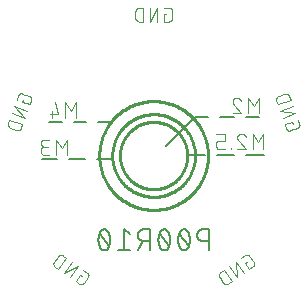
<source format=gbr>
G04 EAGLE Gerber RS-274X export*
G75*
%MOMM*%
%FSLAX34Y34*%
%LPD*%
%INSilkscreen Bottom*%
%IPPOS*%
%AMOC8*
5,1,8,0,0,1.08239X$1,22.5*%
G01*
%ADD10C,0.101600*%
%ADD11C,0.152400*%
%ADD12C,0.254000*%
%ADD13C,0.203200*%


D10*
X357094Y466149D02*
X355146Y466149D01*
X355146Y459658D01*
X359041Y459658D01*
X359140Y459660D01*
X359240Y459666D01*
X359339Y459675D01*
X359437Y459688D01*
X359535Y459705D01*
X359633Y459726D01*
X359729Y459751D01*
X359824Y459779D01*
X359918Y459811D01*
X360011Y459846D01*
X360103Y459885D01*
X360193Y459928D01*
X360281Y459973D01*
X360368Y460023D01*
X360452Y460075D01*
X360535Y460131D01*
X360615Y460189D01*
X360693Y460251D01*
X360768Y460316D01*
X360841Y460384D01*
X360911Y460454D01*
X360979Y460527D01*
X361044Y460602D01*
X361106Y460680D01*
X361164Y460760D01*
X361220Y460843D01*
X361272Y460927D01*
X361322Y461014D01*
X361367Y461102D01*
X361410Y461192D01*
X361449Y461284D01*
X361484Y461377D01*
X361516Y461471D01*
X361544Y461566D01*
X361569Y461662D01*
X361590Y461760D01*
X361607Y461858D01*
X361620Y461956D01*
X361629Y462055D01*
X361635Y462155D01*
X361637Y462254D01*
X361638Y462254D02*
X361638Y468746D01*
X361637Y468746D02*
X361635Y468845D01*
X361629Y468945D01*
X361620Y469044D01*
X361607Y469142D01*
X361590Y469240D01*
X361569Y469338D01*
X361544Y469434D01*
X361516Y469529D01*
X361484Y469623D01*
X361449Y469716D01*
X361410Y469808D01*
X361367Y469898D01*
X361322Y469986D01*
X361272Y470073D01*
X361220Y470157D01*
X361164Y470240D01*
X361106Y470320D01*
X361044Y470398D01*
X360979Y470473D01*
X360911Y470546D01*
X360841Y470616D01*
X360768Y470684D01*
X360693Y470749D01*
X360615Y470811D01*
X360535Y470869D01*
X360452Y470925D01*
X360368Y470977D01*
X360281Y471027D01*
X360193Y471072D01*
X360103Y471115D01*
X360011Y471154D01*
X359918Y471189D01*
X359824Y471221D01*
X359729Y471249D01*
X359633Y471274D01*
X359535Y471295D01*
X359437Y471312D01*
X359339Y471325D01*
X359240Y471334D01*
X359140Y471340D01*
X359041Y471342D01*
X355146Y471342D01*
X349446Y471342D02*
X349446Y459658D01*
X342954Y459658D02*
X349446Y471342D01*
X342954Y471342D02*
X342954Y459658D01*
X337254Y459658D02*
X337254Y471342D01*
X334008Y471342D01*
X333895Y471340D01*
X333782Y471334D01*
X333669Y471324D01*
X333556Y471310D01*
X333444Y471293D01*
X333333Y471271D01*
X333223Y471246D01*
X333113Y471216D01*
X333005Y471183D01*
X332898Y471146D01*
X332792Y471106D01*
X332688Y471061D01*
X332585Y471013D01*
X332484Y470962D01*
X332385Y470907D01*
X332288Y470849D01*
X332193Y470787D01*
X332100Y470722D01*
X332010Y470654D01*
X331922Y470583D01*
X331836Y470508D01*
X331753Y470431D01*
X331673Y470351D01*
X331596Y470268D01*
X331521Y470182D01*
X331450Y470094D01*
X331382Y470004D01*
X331317Y469911D01*
X331255Y469816D01*
X331197Y469719D01*
X331142Y469620D01*
X331091Y469519D01*
X331043Y469416D01*
X330998Y469312D01*
X330958Y469206D01*
X330921Y469099D01*
X330888Y468991D01*
X330858Y468881D01*
X330833Y468771D01*
X330811Y468660D01*
X330794Y468548D01*
X330780Y468435D01*
X330770Y468322D01*
X330764Y468209D01*
X330762Y468096D01*
X330762Y462904D01*
X330764Y462791D01*
X330770Y462678D01*
X330780Y462565D01*
X330794Y462452D01*
X330811Y462340D01*
X330833Y462229D01*
X330858Y462119D01*
X330888Y462009D01*
X330921Y461901D01*
X330958Y461794D01*
X330998Y461688D01*
X331043Y461584D01*
X331091Y461481D01*
X331142Y461380D01*
X331197Y461281D01*
X331255Y461184D01*
X331317Y461089D01*
X331382Y460996D01*
X331450Y460906D01*
X331521Y460818D01*
X331596Y460732D01*
X331673Y460649D01*
X331753Y460569D01*
X331836Y460492D01*
X331922Y460417D01*
X332010Y460346D01*
X332100Y460278D01*
X332193Y460213D01*
X332288Y460151D01*
X332385Y460093D01*
X332484Y460038D01*
X332585Y459987D01*
X332688Y459939D01*
X332792Y459894D01*
X332898Y459854D01*
X333005Y459817D01*
X333113Y459784D01*
X333223Y459754D01*
X333333Y459729D01*
X333444Y459707D01*
X333556Y459690D01*
X333669Y459676D01*
X333782Y459666D01*
X333895Y459660D01*
X334008Y459658D01*
X337254Y459658D01*
X463370Y374915D02*
X464036Y373085D01*
X463370Y374915D02*
X457270Y372695D01*
X458602Y369035D01*
X458603Y369035D02*
X458638Y368942D01*
X458678Y368851D01*
X458720Y368761D01*
X458767Y368673D01*
X458816Y368587D01*
X458869Y368503D01*
X458925Y368420D01*
X458984Y368340D01*
X459046Y368263D01*
X459111Y368188D01*
X459179Y368115D01*
X459250Y368045D01*
X459323Y367978D01*
X459399Y367913D01*
X459477Y367852D01*
X459558Y367793D01*
X459640Y367738D01*
X459725Y367686D01*
X459812Y367637D01*
X459900Y367592D01*
X459990Y367550D01*
X460082Y367511D01*
X460175Y367476D01*
X460269Y367445D01*
X460365Y367417D01*
X460461Y367393D01*
X460559Y367372D01*
X460657Y367356D01*
X460755Y367343D01*
X460854Y367334D01*
X460954Y367329D01*
X461053Y367327D01*
X461153Y367329D01*
X461252Y367335D01*
X461351Y367345D01*
X461449Y367359D01*
X461547Y367377D01*
X461644Y367398D01*
X461741Y367423D01*
X461836Y367451D01*
X461930Y367484D01*
X461930Y367483D02*
X468030Y369703D01*
X468030Y369704D02*
X468123Y369739D01*
X468214Y369779D01*
X468304Y369821D01*
X468392Y369868D01*
X468478Y369917D01*
X468562Y369970D01*
X468645Y370026D01*
X468725Y370085D01*
X468802Y370147D01*
X468877Y370212D01*
X468950Y370280D01*
X469020Y370351D01*
X469087Y370424D01*
X469152Y370500D01*
X469213Y370578D01*
X469272Y370659D01*
X469327Y370741D01*
X469379Y370826D01*
X469428Y370913D01*
X469473Y371001D01*
X469515Y371091D01*
X469554Y371183D01*
X469589Y371276D01*
X469620Y371370D01*
X469648Y371466D01*
X469672Y371562D01*
X469693Y371660D01*
X469709Y371758D01*
X469722Y371856D01*
X469731Y371955D01*
X469736Y372055D01*
X469738Y372154D01*
X469736Y372253D01*
X469730Y372353D01*
X469720Y372452D01*
X469706Y372550D01*
X469688Y372648D01*
X469667Y372745D01*
X469642Y372842D01*
X469614Y372937D01*
X469581Y373031D01*
X469582Y373031D02*
X468250Y376691D01*
X466300Y382048D02*
X455320Y378052D01*
X453100Y384152D02*
X466300Y382048D01*
X464080Y388148D02*
X453100Y384152D01*
X451151Y389509D02*
X462130Y393505D01*
X461020Y396555D01*
X460980Y396661D01*
X460935Y396765D01*
X460887Y396868D01*
X460836Y396969D01*
X460781Y397068D01*
X460723Y397165D01*
X460661Y397260D01*
X460596Y397353D01*
X460528Y397443D01*
X460457Y397531D01*
X460382Y397617D01*
X460305Y397700D01*
X460225Y397780D01*
X460142Y397857D01*
X460056Y397932D01*
X459968Y398003D01*
X459878Y398071D01*
X459785Y398136D01*
X459690Y398198D01*
X459593Y398256D01*
X459494Y398311D01*
X459393Y398362D01*
X459290Y398410D01*
X459186Y398455D01*
X459080Y398495D01*
X458973Y398532D01*
X458865Y398565D01*
X458755Y398595D01*
X458645Y398620D01*
X458534Y398642D01*
X458422Y398659D01*
X458309Y398673D01*
X458196Y398683D01*
X458083Y398689D01*
X457970Y398691D01*
X457857Y398689D01*
X457744Y398683D01*
X457631Y398673D01*
X457518Y398659D01*
X457406Y398642D01*
X457295Y398620D01*
X457185Y398595D01*
X457075Y398565D01*
X456967Y398532D01*
X456860Y398495D01*
X456860Y398494D02*
X451980Y396718D01*
X451980Y396719D02*
X451874Y396679D01*
X451770Y396634D01*
X451667Y396586D01*
X451566Y396535D01*
X451467Y396480D01*
X451370Y396422D01*
X451275Y396360D01*
X451182Y396295D01*
X451092Y396227D01*
X451004Y396156D01*
X450918Y396081D01*
X450835Y396004D01*
X450755Y395924D01*
X450678Y395841D01*
X450603Y395755D01*
X450532Y395667D01*
X450464Y395577D01*
X450399Y395484D01*
X450337Y395389D01*
X450279Y395292D01*
X450224Y395193D01*
X450173Y395092D01*
X450125Y394989D01*
X450080Y394885D01*
X450040Y394779D01*
X450003Y394672D01*
X449970Y394564D01*
X449940Y394454D01*
X449915Y394344D01*
X449893Y394233D01*
X449876Y394121D01*
X449862Y394008D01*
X449852Y393895D01*
X449846Y393782D01*
X449844Y393669D01*
X449846Y393556D01*
X449852Y393443D01*
X449862Y393330D01*
X449876Y393217D01*
X449893Y393105D01*
X449915Y392994D01*
X449940Y392884D01*
X449970Y392774D01*
X450003Y392666D01*
X450040Y392559D01*
X450041Y392559D02*
X451151Y389509D01*
X424851Y256480D02*
X423256Y255363D01*
X426979Y250046D01*
X430170Y252280D01*
X430169Y252280D02*
X430249Y252339D01*
X430327Y252401D01*
X430403Y252465D01*
X430476Y252533D01*
X430547Y252603D01*
X430614Y252676D01*
X430679Y252751D01*
X430741Y252829D01*
X430800Y252909D01*
X430856Y252991D01*
X430909Y253076D01*
X430958Y253162D01*
X431004Y253250D01*
X431047Y253340D01*
X431086Y253431D01*
X431121Y253524D01*
X431153Y253618D01*
X431182Y253714D01*
X431206Y253810D01*
X431227Y253907D01*
X431245Y254005D01*
X431258Y254104D01*
X431268Y254203D01*
X431274Y254302D01*
X431276Y254401D01*
X431274Y254501D01*
X431269Y254600D01*
X431259Y254699D01*
X431246Y254798D01*
X431230Y254896D01*
X431209Y254993D01*
X431185Y255090D01*
X431157Y255185D01*
X431125Y255279D01*
X431090Y255372D01*
X431051Y255464D01*
X431009Y255554D01*
X430963Y255642D01*
X430914Y255729D01*
X430862Y255813D01*
X430807Y255896D01*
X427084Y261213D01*
X427025Y261293D01*
X426963Y261371D01*
X426899Y261447D01*
X426831Y261520D01*
X426761Y261591D01*
X426688Y261658D01*
X426613Y261723D01*
X426535Y261785D01*
X426455Y261844D01*
X426373Y261900D01*
X426288Y261953D01*
X426202Y262002D01*
X426114Y262048D01*
X426024Y262091D01*
X425933Y262130D01*
X425840Y262165D01*
X425746Y262197D01*
X425650Y262226D01*
X425554Y262250D01*
X425457Y262271D01*
X425359Y262289D01*
X425260Y262302D01*
X425161Y262312D01*
X425062Y262318D01*
X424963Y262320D01*
X424863Y262318D01*
X424764Y262313D01*
X424665Y262304D01*
X424566Y262290D01*
X424468Y262274D01*
X424371Y262253D01*
X424274Y262229D01*
X424179Y262201D01*
X424085Y262169D01*
X423992Y262134D01*
X423900Y262095D01*
X423810Y262053D01*
X423722Y262007D01*
X423635Y261958D01*
X423551Y261906D01*
X423468Y261851D01*
X420278Y259617D01*
X415608Y256347D02*
X422309Y246776D01*
X416992Y243053D02*
X415608Y256347D01*
X410291Y252624D02*
X416992Y243053D01*
X412322Y239783D02*
X405621Y249354D01*
X402962Y247492D01*
X402962Y247493D02*
X402871Y247426D01*
X402781Y247357D01*
X402694Y247284D01*
X402610Y247208D01*
X402529Y247129D01*
X402450Y247048D01*
X402374Y246964D01*
X402301Y246877D01*
X402232Y246788D01*
X402165Y246696D01*
X402102Y246602D01*
X402042Y246506D01*
X401985Y246408D01*
X401932Y246308D01*
X401882Y246206D01*
X401836Y246102D01*
X401794Y245997D01*
X401755Y245891D01*
X401720Y245783D01*
X401689Y245674D01*
X401661Y245564D01*
X401638Y245453D01*
X401618Y245342D01*
X401602Y245230D01*
X401590Y245117D01*
X401582Y245004D01*
X401578Y244891D01*
X401578Y244777D01*
X401582Y244664D01*
X401590Y244551D01*
X401602Y244438D01*
X401618Y244326D01*
X401638Y244215D01*
X401661Y244104D01*
X401689Y243994D01*
X401720Y243885D01*
X401755Y243777D01*
X401794Y243671D01*
X401836Y243566D01*
X401882Y243462D01*
X401932Y243360D01*
X401985Y243260D01*
X402042Y243162D01*
X402102Y243066D01*
X402165Y242972D01*
X405144Y238718D01*
X405143Y238718D02*
X405210Y238627D01*
X405279Y238537D01*
X405352Y238450D01*
X405428Y238366D01*
X405507Y238285D01*
X405588Y238206D01*
X405672Y238130D01*
X405759Y238057D01*
X405849Y237988D01*
X405940Y237921D01*
X406034Y237858D01*
X406130Y237798D01*
X406228Y237741D01*
X406328Y237688D01*
X406430Y237638D01*
X406534Y237592D01*
X406639Y237550D01*
X406745Y237511D01*
X406853Y237476D01*
X406962Y237445D01*
X407072Y237417D01*
X407183Y237394D01*
X407294Y237374D01*
X407406Y237358D01*
X407519Y237346D01*
X407632Y237338D01*
X407745Y237334D01*
X407859Y237334D01*
X407972Y237338D01*
X408085Y237346D01*
X408198Y237358D01*
X408310Y237374D01*
X408421Y237394D01*
X408532Y237417D01*
X408642Y237445D01*
X408751Y237476D01*
X408859Y237511D01*
X408965Y237550D01*
X409070Y237592D01*
X409174Y237638D01*
X409276Y237688D01*
X409376Y237741D01*
X409474Y237798D01*
X409570Y237858D01*
X409664Y237921D01*
X412322Y239783D01*
X285396Y243983D02*
X283801Y245100D01*
X280078Y239783D01*
X283268Y237549D01*
X283351Y237494D01*
X283435Y237442D01*
X283522Y237393D01*
X283610Y237347D01*
X283700Y237305D01*
X283792Y237266D01*
X283885Y237231D01*
X283979Y237199D01*
X284074Y237171D01*
X284171Y237147D01*
X284268Y237126D01*
X284366Y237110D01*
X284465Y237096D01*
X284564Y237087D01*
X284663Y237082D01*
X284763Y237080D01*
X284862Y237082D01*
X284961Y237088D01*
X285060Y237098D01*
X285159Y237111D01*
X285257Y237129D01*
X285354Y237150D01*
X285450Y237174D01*
X285546Y237203D01*
X285640Y237235D01*
X285733Y237270D01*
X285824Y237309D01*
X285914Y237352D01*
X286002Y237398D01*
X286088Y237447D01*
X286173Y237500D01*
X286255Y237556D01*
X286335Y237615D01*
X286413Y237677D01*
X286488Y237742D01*
X286561Y237809D01*
X286631Y237880D01*
X286699Y237953D01*
X286763Y238029D01*
X286825Y238107D01*
X286884Y238187D01*
X290607Y243504D01*
X290662Y243587D01*
X290714Y243671D01*
X290763Y243758D01*
X290809Y243846D01*
X290851Y243936D01*
X290890Y244028D01*
X290925Y244121D01*
X290957Y244215D01*
X290985Y244310D01*
X291009Y244407D01*
X291030Y244504D01*
X291046Y244602D01*
X291060Y244701D01*
X291069Y244800D01*
X291074Y244899D01*
X291076Y244999D01*
X291074Y245098D01*
X291068Y245197D01*
X291058Y245296D01*
X291045Y245395D01*
X291027Y245493D01*
X291006Y245590D01*
X290982Y245686D01*
X290953Y245782D01*
X290921Y245876D01*
X290886Y245969D01*
X290847Y246060D01*
X290804Y246150D01*
X290758Y246238D01*
X290709Y246324D01*
X290656Y246409D01*
X290600Y246491D01*
X290541Y246571D01*
X290479Y246649D01*
X290414Y246724D01*
X290347Y246797D01*
X290276Y246867D01*
X290203Y246935D01*
X290127Y246999D01*
X290049Y247061D01*
X289969Y247120D01*
X289970Y247120D02*
X286779Y249354D01*
X282110Y252624D02*
X275408Y243053D01*
X270091Y246776D02*
X282110Y252624D01*
X276792Y256347D02*
X270091Y246776D01*
X265421Y250046D02*
X272122Y259617D01*
X269464Y261478D01*
X269464Y261479D02*
X269370Y261542D01*
X269274Y261602D01*
X269176Y261659D01*
X269076Y261712D01*
X268974Y261762D01*
X268870Y261808D01*
X268765Y261850D01*
X268659Y261889D01*
X268551Y261924D01*
X268442Y261955D01*
X268332Y261983D01*
X268221Y262006D01*
X268110Y262026D01*
X267998Y262042D01*
X267885Y262054D01*
X267772Y262062D01*
X267659Y262066D01*
X267545Y262066D01*
X267432Y262062D01*
X267319Y262054D01*
X267206Y262042D01*
X267094Y262026D01*
X266983Y262006D01*
X266872Y261983D01*
X266762Y261955D01*
X266653Y261924D01*
X266545Y261889D01*
X266439Y261850D01*
X266334Y261808D01*
X266230Y261762D01*
X266128Y261712D01*
X266028Y261659D01*
X265930Y261602D01*
X265834Y261542D01*
X265740Y261479D01*
X265649Y261412D01*
X265559Y261343D01*
X265472Y261270D01*
X265388Y261194D01*
X265307Y261115D01*
X265228Y261034D01*
X265152Y260950D01*
X265079Y260863D01*
X265010Y260774D01*
X264943Y260682D01*
X264944Y260681D02*
X261965Y256428D01*
X261902Y256334D01*
X261842Y256238D01*
X261785Y256140D01*
X261732Y256040D01*
X261682Y255938D01*
X261636Y255834D01*
X261594Y255729D01*
X261555Y255623D01*
X261520Y255515D01*
X261489Y255406D01*
X261461Y255296D01*
X261438Y255185D01*
X261418Y255074D01*
X261402Y254962D01*
X261390Y254849D01*
X261382Y254736D01*
X261378Y254623D01*
X261378Y254509D01*
X261382Y254396D01*
X261390Y254283D01*
X261402Y254170D01*
X261418Y254058D01*
X261438Y253947D01*
X261461Y253836D01*
X261489Y253726D01*
X261520Y253617D01*
X261555Y253509D01*
X261594Y253403D01*
X261636Y253298D01*
X261682Y253194D01*
X261732Y253092D01*
X261785Y252992D01*
X261842Y252894D01*
X261902Y252798D01*
X261965Y252704D01*
X262032Y252612D01*
X262101Y252523D01*
X262174Y252436D01*
X262250Y252352D01*
X262329Y252271D01*
X262410Y252192D01*
X262494Y252116D01*
X262581Y252043D01*
X262671Y251974D01*
X262762Y251907D01*
X265421Y250046D01*
X235150Y391729D02*
X235816Y393559D01*
X235150Y391729D02*
X241250Y389509D01*
X242582Y393169D01*
X242581Y393169D02*
X242614Y393263D01*
X242642Y393358D01*
X242667Y393455D01*
X242688Y393552D01*
X242706Y393650D01*
X242720Y393748D01*
X242730Y393847D01*
X242736Y393947D01*
X242738Y394046D01*
X242736Y394145D01*
X242731Y394245D01*
X242722Y394344D01*
X242709Y394442D01*
X242693Y394540D01*
X242672Y394638D01*
X242648Y394734D01*
X242620Y394830D01*
X242589Y394924D01*
X242554Y395017D01*
X242515Y395109D01*
X242473Y395199D01*
X242428Y395287D01*
X242379Y395374D01*
X242327Y395459D01*
X242272Y395541D01*
X242213Y395622D01*
X242152Y395700D01*
X242087Y395776D01*
X242020Y395849D01*
X241950Y395920D01*
X241877Y395988D01*
X241802Y396053D01*
X241725Y396115D01*
X241645Y396174D01*
X241562Y396230D01*
X241478Y396283D01*
X241392Y396332D01*
X241304Y396379D01*
X241214Y396421D01*
X241123Y396461D01*
X241030Y396496D01*
X234930Y398716D01*
X234930Y398717D02*
X234836Y398750D01*
X234741Y398778D01*
X234644Y398803D01*
X234547Y398824D01*
X234449Y398842D01*
X234351Y398856D01*
X234252Y398866D01*
X234153Y398872D01*
X234053Y398874D01*
X233954Y398872D01*
X233854Y398867D01*
X233755Y398858D01*
X233657Y398845D01*
X233558Y398829D01*
X233461Y398808D01*
X233365Y398784D01*
X233269Y398756D01*
X233175Y398725D01*
X233081Y398690D01*
X232990Y398651D01*
X232900Y398609D01*
X232811Y398564D01*
X232724Y398515D01*
X232640Y398463D01*
X232557Y398408D01*
X232476Y398349D01*
X232398Y398288D01*
X232322Y398223D01*
X232249Y398156D01*
X232179Y398086D01*
X232111Y398013D01*
X232046Y397938D01*
X231983Y397860D01*
X231924Y397780D01*
X231868Y397698D01*
X231815Y397614D01*
X231766Y397527D01*
X231720Y397439D01*
X231677Y397349D01*
X231637Y397258D01*
X231602Y397165D01*
X230270Y393505D01*
X228320Y388148D02*
X239300Y384152D01*
X237080Y378052D02*
X228320Y388148D01*
X226100Y382048D02*
X237080Y378052D01*
X235130Y372695D02*
X224151Y376691D01*
X223041Y373641D01*
X223040Y373641D02*
X223003Y373534D01*
X222970Y373426D01*
X222940Y373316D01*
X222915Y373206D01*
X222893Y373095D01*
X222876Y372983D01*
X222862Y372870D01*
X222852Y372757D01*
X222846Y372644D01*
X222844Y372531D01*
X222846Y372418D01*
X222852Y372305D01*
X222862Y372192D01*
X222876Y372079D01*
X222893Y371967D01*
X222915Y371856D01*
X222940Y371746D01*
X222970Y371636D01*
X223003Y371528D01*
X223040Y371421D01*
X223080Y371315D01*
X223125Y371211D01*
X223173Y371108D01*
X223224Y371007D01*
X223279Y370908D01*
X223337Y370811D01*
X223399Y370716D01*
X223464Y370623D01*
X223532Y370533D01*
X223603Y370445D01*
X223678Y370359D01*
X223755Y370276D01*
X223835Y370196D01*
X223918Y370119D01*
X224004Y370044D01*
X224092Y369973D01*
X224182Y369905D01*
X224275Y369840D01*
X224370Y369778D01*
X224467Y369720D01*
X224566Y369665D01*
X224667Y369614D01*
X224770Y369566D01*
X224874Y369521D01*
X224980Y369481D01*
X229860Y367705D01*
X229860Y367706D02*
X229967Y367669D01*
X230076Y367636D01*
X230185Y367606D01*
X230295Y367581D01*
X230407Y367559D01*
X230518Y367542D01*
X230631Y367528D01*
X230744Y367518D01*
X230857Y367512D01*
X230970Y367510D01*
X231083Y367512D01*
X231196Y367518D01*
X231309Y367528D01*
X231422Y367542D01*
X231534Y367559D01*
X231645Y367581D01*
X231755Y367606D01*
X231864Y367636D01*
X231973Y367669D01*
X232080Y367706D01*
X232186Y367746D01*
X232290Y367791D01*
X232393Y367838D01*
X232493Y367890D01*
X232593Y367945D01*
X232690Y368003D01*
X232785Y368065D01*
X232877Y368130D01*
X232968Y368198D01*
X233056Y368269D01*
X233141Y368344D01*
X233224Y368421D01*
X233304Y368501D01*
X233382Y368584D01*
X233456Y368669D01*
X233527Y368757D01*
X233595Y368848D01*
X233660Y368940D01*
X233722Y369035D01*
X233780Y369133D01*
X233835Y369232D01*
X233887Y369333D01*
X233934Y369435D01*
X233979Y369539D01*
X234019Y369645D01*
X234020Y369645D02*
X235130Y372695D01*
D11*
X392918Y283853D02*
X392918Y266073D01*
X392918Y283853D02*
X387980Y283853D01*
X387840Y283851D01*
X387701Y283845D01*
X387561Y283835D01*
X387422Y283821D01*
X387283Y283804D01*
X387145Y283782D01*
X387008Y283756D01*
X386871Y283727D01*
X386735Y283694D01*
X386601Y283657D01*
X386467Y283616D01*
X386335Y283571D01*
X386203Y283522D01*
X386074Y283470D01*
X385946Y283415D01*
X385819Y283355D01*
X385694Y283292D01*
X385571Y283226D01*
X385450Y283156D01*
X385331Y283083D01*
X385214Y283006D01*
X385100Y282926D01*
X384987Y282843D01*
X384877Y282757D01*
X384770Y282667D01*
X384665Y282575D01*
X384563Y282480D01*
X384463Y282382D01*
X384366Y282281D01*
X384272Y282177D01*
X384182Y282071D01*
X384094Y281962D01*
X384009Y281851D01*
X383928Y281737D01*
X383849Y281622D01*
X383774Y281504D01*
X383703Y281384D01*
X383635Y281261D01*
X383570Y281138D01*
X383509Y281012D01*
X383451Y280884D01*
X383397Y280756D01*
X383347Y280625D01*
X383300Y280493D01*
X383257Y280360D01*
X383218Y280226D01*
X383183Y280091D01*
X383152Y279955D01*
X383124Y279817D01*
X383101Y279680D01*
X383081Y279541D01*
X383065Y279402D01*
X383053Y279263D01*
X383045Y279124D01*
X383041Y278984D01*
X383041Y278844D01*
X383045Y278704D01*
X383053Y278565D01*
X383065Y278426D01*
X383081Y278287D01*
X383101Y278148D01*
X383124Y278011D01*
X383152Y277873D01*
X383183Y277737D01*
X383218Y277602D01*
X383257Y277468D01*
X383300Y277335D01*
X383347Y277203D01*
X383397Y277072D01*
X383451Y276944D01*
X383509Y276816D01*
X383570Y276690D01*
X383635Y276567D01*
X383703Y276445D01*
X383774Y276324D01*
X383849Y276206D01*
X383928Y276091D01*
X384009Y275977D01*
X384094Y275866D01*
X384182Y275757D01*
X384272Y275651D01*
X384366Y275547D01*
X384463Y275446D01*
X384563Y275348D01*
X384665Y275253D01*
X384770Y275161D01*
X384877Y275071D01*
X384987Y274985D01*
X385100Y274902D01*
X385214Y274822D01*
X385331Y274745D01*
X385450Y274672D01*
X385571Y274602D01*
X385694Y274536D01*
X385819Y274473D01*
X385946Y274413D01*
X386074Y274358D01*
X386203Y274306D01*
X386335Y274257D01*
X386467Y274212D01*
X386601Y274171D01*
X386735Y274134D01*
X386871Y274101D01*
X387008Y274072D01*
X387145Y274046D01*
X387283Y274024D01*
X387422Y274007D01*
X387561Y273993D01*
X387701Y273983D01*
X387840Y273977D01*
X387980Y273975D01*
X392918Y273975D01*
X376923Y274963D02*
X376919Y275313D01*
X376906Y275662D01*
X376885Y276011D01*
X376856Y276360D01*
X376819Y276708D01*
X376773Y277055D01*
X376719Y277400D01*
X376657Y277744D01*
X376586Y278087D01*
X376507Y278428D01*
X376421Y278767D01*
X376326Y279103D01*
X376223Y279438D01*
X376112Y279769D01*
X375994Y280099D01*
X375867Y280425D01*
X375733Y280748D01*
X375591Y281067D01*
X375441Y281384D01*
X375442Y281383D02*
X375402Y281496D01*
X375358Y281606D01*
X375310Y281716D01*
X375259Y281823D01*
X375204Y281929D01*
X375146Y282034D01*
X375084Y282136D01*
X375019Y282236D01*
X374951Y282334D01*
X374880Y282430D01*
X374805Y282523D01*
X374728Y282614D01*
X374648Y282702D01*
X374565Y282787D01*
X374479Y282870D01*
X374390Y282950D01*
X374299Y283027D01*
X374205Y283101D01*
X374109Y283172D01*
X374011Y283240D01*
X373911Y283304D01*
X373808Y283366D01*
X373704Y283423D01*
X373598Y283478D01*
X373490Y283529D01*
X373380Y283576D01*
X373269Y283620D01*
X373157Y283660D01*
X373043Y283696D01*
X372929Y283729D01*
X372813Y283758D01*
X372696Y283783D01*
X372579Y283804D01*
X372461Y283822D01*
X372342Y283835D01*
X372223Y283845D01*
X372104Y283851D01*
X371985Y283853D01*
X371866Y283851D01*
X371747Y283845D01*
X371628Y283835D01*
X371509Y283822D01*
X371391Y283804D01*
X371274Y283783D01*
X371157Y283758D01*
X371041Y283729D01*
X370927Y283696D01*
X370813Y283660D01*
X370701Y283620D01*
X370590Y283576D01*
X370480Y283529D01*
X370372Y283478D01*
X370266Y283423D01*
X370162Y283366D01*
X370059Y283304D01*
X369959Y283240D01*
X369861Y283172D01*
X369765Y283101D01*
X369671Y283027D01*
X369580Y282950D01*
X369491Y282870D01*
X369406Y282787D01*
X369322Y282702D01*
X369242Y282614D01*
X369165Y282523D01*
X369090Y282430D01*
X369019Y282334D01*
X368951Y282236D01*
X368886Y282136D01*
X368824Y282034D01*
X368766Y281929D01*
X368711Y281824D01*
X368660Y281716D01*
X368612Y281606D01*
X368568Y281496D01*
X368528Y281383D01*
X368528Y281384D02*
X368378Y281067D01*
X368236Y280748D01*
X368102Y280425D01*
X367975Y280099D01*
X367857Y279769D01*
X367746Y279438D01*
X367643Y279103D01*
X367548Y278767D01*
X367462Y278428D01*
X367383Y278087D01*
X367312Y277744D01*
X367250Y277400D01*
X367196Y277055D01*
X367150Y276708D01*
X367113Y276360D01*
X367084Y276011D01*
X367063Y275662D01*
X367050Y275313D01*
X367046Y274963D01*
X376923Y274963D02*
X376919Y274613D01*
X376906Y274264D01*
X376885Y273915D01*
X376856Y273566D01*
X376819Y273218D01*
X376773Y272871D01*
X376719Y272526D01*
X376657Y272182D01*
X376586Y271839D01*
X376507Y271498D01*
X376421Y271159D01*
X376326Y270823D01*
X376223Y270488D01*
X376112Y270157D01*
X375994Y269828D01*
X375867Y269501D01*
X375733Y269178D01*
X375591Y268859D01*
X375441Y268543D01*
X375442Y268542D02*
X375402Y268429D01*
X375358Y268319D01*
X375310Y268209D01*
X375259Y268102D01*
X375204Y267996D01*
X375146Y267891D01*
X375084Y267789D01*
X375019Y267689D01*
X374951Y267591D01*
X374880Y267495D01*
X374805Y267402D01*
X374728Y267311D01*
X374648Y267223D01*
X374565Y267138D01*
X374479Y267055D01*
X374390Y266975D01*
X374299Y266898D01*
X374205Y266824D01*
X374109Y266753D01*
X374011Y266685D01*
X373911Y266621D01*
X373808Y266559D01*
X373704Y266502D01*
X373598Y266447D01*
X373490Y266396D01*
X373380Y266349D01*
X373269Y266305D01*
X373157Y266265D01*
X373043Y266229D01*
X372929Y266196D01*
X372813Y266167D01*
X372696Y266142D01*
X372579Y266121D01*
X372461Y266103D01*
X372342Y266090D01*
X372223Y266080D01*
X372104Y266074D01*
X371985Y266072D01*
X368528Y268543D02*
X368378Y268859D01*
X368236Y269178D01*
X368102Y269501D01*
X367975Y269828D01*
X367857Y270157D01*
X367746Y270488D01*
X367643Y270823D01*
X367548Y271159D01*
X367462Y271498D01*
X367383Y271839D01*
X367312Y272182D01*
X367250Y272526D01*
X367196Y272871D01*
X367150Y273218D01*
X367113Y273566D01*
X367084Y273915D01*
X367063Y274264D01*
X367050Y274613D01*
X367046Y274963D01*
X368528Y268542D02*
X368568Y268429D01*
X368612Y268319D01*
X368660Y268209D01*
X368711Y268101D01*
X368766Y267995D01*
X368824Y267891D01*
X368886Y267789D01*
X368951Y267689D01*
X369019Y267591D01*
X369090Y267495D01*
X369165Y267402D01*
X369242Y267311D01*
X369322Y267223D01*
X369406Y267138D01*
X369491Y267055D01*
X369580Y266975D01*
X369671Y266898D01*
X369765Y266824D01*
X369861Y266753D01*
X369959Y266685D01*
X370059Y266621D01*
X370162Y266559D01*
X370266Y266501D01*
X370372Y266447D01*
X370480Y266396D01*
X370590Y266349D01*
X370701Y266305D01*
X370813Y266265D01*
X370927Y266229D01*
X371041Y266196D01*
X371157Y266167D01*
X371274Y266142D01*
X371391Y266121D01*
X371509Y266103D01*
X371628Y266090D01*
X371747Y266080D01*
X371866Y266074D01*
X371985Y266072D01*
X375936Y270024D02*
X368033Y279902D01*
X360173Y274963D02*
X360169Y275313D01*
X360156Y275662D01*
X360135Y276011D01*
X360106Y276360D01*
X360069Y276708D01*
X360023Y277055D01*
X359969Y277400D01*
X359907Y277744D01*
X359836Y278087D01*
X359757Y278428D01*
X359671Y278767D01*
X359576Y279103D01*
X359473Y279438D01*
X359362Y279769D01*
X359244Y280099D01*
X359117Y280425D01*
X358983Y280748D01*
X358841Y281067D01*
X358691Y281384D01*
X358691Y281383D02*
X358651Y281496D01*
X358607Y281606D01*
X358559Y281716D01*
X358508Y281823D01*
X358453Y281929D01*
X358395Y282034D01*
X358333Y282136D01*
X358268Y282236D01*
X358200Y282334D01*
X358129Y282430D01*
X358054Y282523D01*
X357977Y282614D01*
X357897Y282702D01*
X357814Y282787D01*
X357728Y282870D01*
X357639Y282950D01*
X357548Y283027D01*
X357454Y283101D01*
X357358Y283172D01*
X357260Y283240D01*
X357160Y283304D01*
X357057Y283366D01*
X356953Y283423D01*
X356847Y283478D01*
X356739Y283529D01*
X356629Y283576D01*
X356518Y283620D01*
X356406Y283660D01*
X356292Y283696D01*
X356178Y283729D01*
X356062Y283758D01*
X355945Y283783D01*
X355828Y283804D01*
X355710Y283822D01*
X355591Y283835D01*
X355472Y283845D01*
X355353Y283851D01*
X355234Y283853D01*
X355115Y283851D01*
X354996Y283845D01*
X354877Y283835D01*
X354758Y283822D01*
X354640Y283804D01*
X354523Y283783D01*
X354406Y283758D01*
X354290Y283729D01*
X354176Y283696D01*
X354062Y283660D01*
X353950Y283620D01*
X353839Y283576D01*
X353729Y283529D01*
X353621Y283478D01*
X353515Y283423D01*
X353411Y283366D01*
X353308Y283304D01*
X353208Y283240D01*
X353110Y283172D01*
X353014Y283101D01*
X352920Y283027D01*
X352829Y282950D01*
X352740Y282870D01*
X352655Y282787D01*
X352571Y282702D01*
X352491Y282614D01*
X352414Y282523D01*
X352339Y282430D01*
X352268Y282334D01*
X352200Y282236D01*
X352135Y282136D01*
X352073Y282034D01*
X352015Y281929D01*
X351960Y281824D01*
X351909Y281716D01*
X351861Y281606D01*
X351817Y281496D01*
X351777Y281383D01*
X351777Y281384D02*
X351627Y281067D01*
X351485Y280748D01*
X351351Y280425D01*
X351224Y280099D01*
X351106Y279769D01*
X350995Y279438D01*
X350892Y279103D01*
X350797Y278767D01*
X350711Y278428D01*
X350632Y278087D01*
X350561Y277744D01*
X350499Y277400D01*
X350445Y277055D01*
X350399Y276708D01*
X350362Y276360D01*
X350333Y276011D01*
X350312Y275662D01*
X350299Y275313D01*
X350295Y274963D01*
X360173Y274963D02*
X360169Y274613D01*
X360156Y274264D01*
X360135Y273915D01*
X360106Y273566D01*
X360069Y273218D01*
X360023Y272871D01*
X359969Y272526D01*
X359907Y272182D01*
X359836Y271839D01*
X359757Y271498D01*
X359671Y271159D01*
X359576Y270823D01*
X359473Y270488D01*
X359362Y270157D01*
X359244Y269828D01*
X359117Y269501D01*
X358983Y269178D01*
X358841Y268859D01*
X358691Y268543D01*
X358691Y268542D02*
X358651Y268429D01*
X358607Y268319D01*
X358559Y268209D01*
X358508Y268102D01*
X358453Y267996D01*
X358395Y267891D01*
X358333Y267789D01*
X358268Y267689D01*
X358200Y267591D01*
X358129Y267495D01*
X358054Y267402D01*
X357977Y267311D01*
X357897Y267223D01*
X357814Y267138D01*
X357728Y267055D01*
X357639Y266975D01*
X357548Y266898D01*
X357454Y266824D01*
X357358Y266753D01*
X357260Y266685D01*
X357160Y266621D01*
X357057Y266559D01*
X356953Y266502D01*
X356847Y266447D01*
X356739Y266396D01*
X356629Y266349D01*
X356518Y266305D01*
X356406Y266265D01*
X356292Y266229D01*
X356178Y266196D01*
X356062Y266167D01*
X355945Y266142D01*
X355828Y266121D01*
X355710Y266103D01*
X355591Y266090D01*
X355472Y266080D01*
X355353Y266074D01*
X355234Y266072D01*
X351777Y268543D02*
X351627Y268859D01*
X351485Y269178D01*
X351351Y269501D01*
X351224Y269828D01*
X351106Y270157D01*
X350995Y270488D01*
X350892Y270823D01*
X350797Y271159D01*
X350711Y271498D01*
X350632Y271839D01*
X350561Y272182D01*
X350499Y272526D01*
X350445Y272871D01*
X350399Y273218D01*
X350362Y273566D01*
X350333Y273915D01*
X350312Y274264D01*
X350299Y274613D01*
X350295Y274963D01*
X351777Y268542D02*
X351817Y268429D01*
X351861Y268319D01*
X351909Y268209D01*
X351960Y268101D01*
X352015Y267995D01*
X352073Y267891D01*
X352135Y267789D01*
X352200Y267689D01*
X352268Y267591D01*
X352339Y267495D01*
X352414Y267402D01*
X352491Y267311D01*
X352571Y267223D01*
X352655Y267138D01*
X352740Y267055D01*
X352829Y266975D01*
X352920Y266898D01*
X353014Y266824D01*
X353110Y266753D01*
X353208Y266685D01*
X353308Y266621D01*
X353411Y266559D01*
X353515Y266501D01*
X353621Y266447D01*
X353729Y266396D01*
X353839Y266349D01*
X353950Y266305D01*
X354062Y266265D01*
X354176Y266229D01*
X354290Y266196D01*
X354406Y266167D01*
X354523Y266142D01*
X354640Y266121D01*
X354758Y266103D01*
X354877Y266090D01*
X354996Y266080D01*
X355115Y266074D01*
X355234Y266072D01*
X359185Y270024D02*
X351283Y279902D01*
X342779Y283853D02*
X342779Y266073D01*
X342779Y283853D02*
X337840Y283853D01*
X337700Y283851D01*
X337561Y283845D01*
X337421Y283835D01*
X337282Y283821D01*
X337143Y283804D01*
X337005Y283782D01*
X336868Y283756D01*
X336731Y283727D01*
X336595Y283694D01*
X336461Y283657D01*
X336327Y283616D01*
X336195Y283571D01*
X336063Y283522D01*
X335934Y283470D01*
X335806Y283415D01*
X335679Y283355D01*
X335554Y283292D01*
X335431Y283226D01*
X335310Y283156D01*
X335191Y283083D01*
X335074Y283006D01*
X334960Y282926D01*
X334847Y282843D01*
X334737Y282757D01*
X334630Y282667D01*
X334525Y282575D01*
X334423Y282480D01*
X334323Y282382D01*
X334226Y282281D01*
X334132Y282177D01*
X334042Y282071D01*
X333954Y281962D01*
X333869Y281851D01*
X333788Y281737D01*
X333709Y281622D01*
X333634Y281504D01*
X333563Y281384D01*
X333495Y281261D01*
X333430Y281138D01*
X333369Y281012D01*
X333311Y280884D01*
X333257Y280756D01*
X333207Y280625D01*
X333160Y280493D01*
X333117Y280360D01*
X333078Y280226D01*
X333043Y280091D01*
X333012Y279955D01*
X332984Y279817D01*
X332961Y279680D01*
X332941Y279541D01*
X332925Y279402D01*
X332913Y279263D01*
X332905Y279124D01*
X332901Y278984D01*
X332901Y278844D01*
X332905Y278704D01*
X332913Y278565D01*
X332925Y278426D01*
X332941Y278287D01*
X332961Y278148D01*
X332984Y278011D01*
X333012Y277873D01*
X333043Y277737D01*
X333078Y277602D01*
X333117Y277468D01*
X333160Y277335D01*
X333207Y277203D01*
X333257Y277072D01*
X333311Y276944D01*
X333369Y276816D01*
X333430Y276690D01*
X333495Y276567D01*
X333563Y276445D01*
X333634Y276324D01*
X333709Y276206D01*
X333788Y276091D01*
X333869Y275977D01*
X333954Y275866D01*
X334042Y275757D01*
X334132Y275651D01*
X334226Y275547D01*
X334323Y275446D01*
X334423Y275348D01*
X334525Y275253D01*
X334630Y275161D01*
X334737Y275071D01*
X334847Y274985D01*
X334960Y274902D01*
X335074Y274822D01*
X335191Y274745D01*
X335310Y274672D01*
X335431Y274602D01*
X335554Y274536D01*
X335679Y274473D01*
X335806Y274413D01*
X335934Y274358D01*
X336063Y274306D01*
X336195Y274257D01*
X336327Y274212D01*
X336461Y274171D01*
X336595Y274134D01*
X336731Y274101D01*
X336868Y274072D01*
X337005Y274046D01*
X337143Y274024D01*
X337282Y274007D01*
X337421Y273993D01*
X337561Y273983D01*
X337700Y273977D01*
X337840Y273975D01*
X342779Y273975D01*
X336852Y273975D02*
X332901Y266073D01*
X326114Y279902D02*
X321175Y283853D01*
X321175Y266073D01*
X326114Y266073D02*
X316236Y266073D01*
X309363Y274963D02*
X309359Y275313D01*
X309346Y275662D01*
X309325Y276011D01*
X309296Y276360D01*
X309259Y276708D01*
X309213Y277055D01*
X309159Y277400D01*
X309097Y277744D01*
X309026Y278087D01*
X308947Y278428D01*
X308861Y278767D01*
X308766Y279103D01*
X308663Y279438D01*
X308552Y279769D01*
X308434Y280099D01*
X308307Y280425D01*
X308173Y280748D01*
X308031Y281067D01*
X307881Y281384D01*
X307881Y281383D02*
X307841Y281496D01*
X307797Y281606D01*
X307749Y281716D01*
X307698Y281823D01*
X307643Y281929D01*
X307585Y282034D01*
X307523Y282136D01*
X307458Y282236D01*
X307390Y282334D01*
X307319Y282430D01*
X307244Y282523D01*
X307167Y282614D01*
X307087Y282702D01*
X307004Y282787D01*
X306918Y282870D01*
X306829Y282950D01*
X306738Y283027D01*
X306644Y283101D01*
X306548Y283172D01*
X306450Y283240D01*
X306350Y283304D01*
X306247Y283366D01*
X306143Y283423D01*
X306037Y283478D01*
X305929Y283529D01*
X305819Y283576D01*
X305708Y283620D01*
X305596Y283660D01*
X305482Y283696D01*
X305368Y283729D01*
X305252Y283758D01*
X305135Y283783D01*
X305018Y283804D01*
X304900Y283822D01*
X304781Y283835D01*
X304662Y283845D01*
X304543Y283851D01*
X304424Y283853D01*
X304305Y283851D01*
X304186Y283845D01*
X304067Y283835D01*
X303948Y283822D01*
X303830Y283804D01*
X303713Y283783D01*
X303596Y283758D01*
X303480Y283729D01*
X303366Y283696D01*
X303252Y283660D01*
X303140Y283620D01*
X303029Y283576D01*
X302919Y283529D01*
X302811Y283478D01*
X302705Y283423D01*
X302601Y283366D01*
X302498Y283304D01*
X302398Y283240D01*
X302300Y283172D01*
X302204Y283101D01*
X302110Y283027D01*
X302019Y282950D01*
X301930Y282870D01*
X301845Y282787D01*
X301761Y282702D01*
X301681Y282614D01*
X301604Y282523D01*
X301529Y282430D01*
X301458Y282334D01*
X301390Y282236D01*
X301325Y282136D01*
X301263Y282034D01*
X301205Y281929D01*
X301150Y281824D01*
X301099Y281716D01*
X301051Y281606D01*
X301007Y281496D01*
X300967Y281383D01*
X300968Y281384D02*
X300818Y281067D01*
X300676Y280748D01*
X300542Y280425D01*
X300415Y280099D01*
X300297Y279769D01*
X300186Y279438D01*
X300083Y279103D01*
X299988Y278767D01*
X299902Y278428D01*
X299823Y278087D01*
X299752Y277744D01*
X299690Y277400D01*
X299636Y277055D01*
X299590Y276708D01*
X299553Y276360D01*
X299524Y276011D01*
X299503Y275662D01*
X299490Y275313D01*
X299486Y274963D01*
X309363Y274963D02*
X309359Y274613D01*
X309346Y274264D01*
X309325Y273915D01*
X309296Y273566D01*
X309259Y273218D01*
X309213Y272871D01*
X309159Y272526D01*
X309097Y272182D01*
X309026Y271839D01*
X308947Y271498D01*
X308861Y271159D01*
X308766Y270823D01*
X308663Y270488D01*
X308552Y270157D01*
X308434Y269828D01*
X308307Y269501D01*
X308173Y269178D01*
X308031Y268859D01*
X307881Y268543D01*
X307881Y268542D02*
X307841Y268429D01*
X307797Y268319D01*
X307749Y268209D01*
X307698Y268102D01*
X307643Y267996D01*
X307585Y267891D01*
X307523Y267789D01*
X307458Y267689D01*
X307390Y267591D01*
X307319Y267495D01*
X307244Y267402D01*
X307167Y267311D01*
X307087Y267223D01*
X307004Y267138D01*
X306918Y267055D01*
X306829Y266975D01*
X306738Y266898D01*
X306644Y266824D01*
X306548Y266753D01*
X306450Y266685D01*
X306350Y266621D01*
X306247Y266559D01*
X306143Y266502D01*
X306037Y266447D01*
X305929Y266396D01*
X305819Y266349D01*
X305708Y266305D01*
X305596Y266265D01*
X305482Y266229D01*
X305368Y266196D01*
X305252Y266167D01*
X305135Y266142D01*
X305018Y266121D01*
X304900Y266103D01*
X304781Y266090D01*
X304662Y266080D01*
X304543Y266074D01*
X304424Y266072D01*
X300968Y268543D02*
X300818Y268859D01*
X300676Y269178D01*
X300542Y269501D01*
X300415Y269828D01*
X300297Y270157D01*
X300186Y270488D01*
X300083Y270823D01*
X299988Y271159D01*
X299902Y271498D01*
X299823Y271839D01*
X299752Y272182D01*
X299690Y272526D01*
X299636Y272871D01*
X299590Y273218D01*
X299553Y273566D01*
X299524Y273915D01*
X299503Y274264D01*
X299490Y274613D01*
X299486Y274963D01*
X300967Y268542D02*
X301007Y268429D01*
X301051Y268319D01*
X301099Y268209D01*
X301150Y268101D01*
X301205Y267995D01*
X301263Y267891D01*
X301325Y267789D01*
X301390Y267689D01*
X301458Y267591D01*
X301529Y267495D01*
X301604Y267402D01*
X301681Y267311D01*
X301761Y267223D01*
X301845Y267138D01*
X301930Y267055D01*
X302019Y266975D01*
X302110Y266898D01*
X302204Y266824D01*
X302300Y266753D01*
X302398Y266685D01*
X302498Y266621D01*
X302601Y266559D01*
X302705Y266501D01*
X302811Y266447D01*
X302919Y266396D01*
X303029Y266349D01*
X303140Y266305D01*
X303252Y266265D01*
X303366Y266229D01*
X303480Y266196D01*
X303596Y266167D01*
X303713Y266142D01*
X303830Y266121D01*
X303948Y266103D01*
X304067Y266090D01*
X304186Y266080D01*
X304305Y266074D01*
X304424Y266072D01*
X308376Y270024D02*
X300473Y279902D01*
D12*
X311202Y346202D02*
X311213Y347061D01*
X311244Y347919D01*
X311297Y348777D01*
X311371Y349633D01*
X311465Y350486D01*
X311581Y351338D01*
X311717Y352186D01*
X311875Y353030D01*
X312052Y353871D01*
X312251Y354706D01*
X312470Y355537D01*
X312709Y356362D01*
X312969Y357181D01*
X313248Y357993D01*
X313547Y358798D01*
X313866Y359596D01*
X314205Y360385D01*
X314562Y361166D01*
X314939Y361938D01*
X315335Y362701D01*
X315749Y363453D01*
X316181Y364196D01*
X316632Y364927D01*
X317101Y365647D01*
X317587Y366355D01*
X318090Y367051D01*
X318610Y367735D01*
X319147Y368406D01*
X319700Y369063D01*
X320269Y369707D01*
X320853Y370336D01*
X321453Y370951D01*
X322068Y371551D01*
X322697Y372135D01*
X323341Y372704D01*
X323998Y373257D01*
X324669Y373794D01*
X325353Y374314D01*
X326049Y374817D01*
X326757Y375303D01*
X327477Y375772D01*
X328208Y376223D01*
X328951Y376655D01*
X329703Y377069D01*
X330466Y377465D01*
X331238Y377842D01*
X332019Y378199D01*
X332808Y378538D01*
X333606Y378857D01*
X334411Y379156D01*
X335223Y379435D01*
X336042Y379695D01*
X336867Y379934D01*
X337698Y380153D01*
X338533Y380352D01*
X339374Y380529D01*
X340218Y380687D01*
X341066Y380823D01*
X341918Y380939D01*
X342771Y381033D01*
X343627Y381107D01*
X344485Y381160D01*
X345343Y381191D01*
X346202Y381202D01*
X347061Y381191D01*
X347919Y381160D01*
X348777Y381107D01*
X349633Y381033D01*
X350486Y380939D01*
X351338Y380823D01*
X352186Y380687D01*
X353030Y380529D01*
X353871Y380352D01*
X354706Y380153D01*
X355537Y379934D01*
X356362Y379695D01*
X357181Y379435D01*
X357993Y379156D01*
X358798Y378857D01*
X359596Y378538D01*
X360385Y378199D01*
X361166Y377842D01*
X361938Y377465D01*
X362701Y377069D01*
X363453Y376655D01*
X364196Y376223D01*
X364927Y375772D01*
X365647Y375303D01*
X366355Y374817D01*
X367051Y374314D01*
X367735Y373794D01*
X368406Y373257D01*
X369063Y372704D01*
X369707Y372135D01*
X370336Y371551D01*
X370951Y370951D01*
X371551Y370336D01*
X372135Y369707D01*
X372704Y369063D01*
X373257Y368406D01*
X373794Y367735D01*
X374314Y367051D01*
X374817Y366355D01*
X375303Y365647D01*
X375772Y364927D01*
X376223Y364196D01*
X376655Y363453D01*
X377069Y362701D01*
X377465Y361938D01*
X377842Y361166D01*
X378199Y360385D01*
X378538Y359596D01*
X378857Y358798D01*
X379156Y357993D01*
X379435Y357181D01*
X379695Y356362D01*
X379934Y355537D01*
X380153Y354706D01*
X380352Y353871D01*
X380529Y353030D01*
X380687Y352186D01*
X380823Y351338D01*
X380939Y350486D01*
X381033Y349633D01*
X381107Y348777D01*
X381160Y347919D01*
X381191Y347061D01*
X381202Y346202D01*
X381191Y345343D01*
X381160Y344485D01*
X381107Y343627D01*
X381033Y342771D01*
X380939Y341918D01*
X380823Y341066D01*
X380687Y340218D01*
X380529Y339374D01*
X380352Y338533D01*
X380153Y337698D01*
X379934Y336867D01*
X379695Y336042D01*
X379435Y335223D01*
X379156Y334411D01*
X378857Y333606D01*
X378538Y332808D01*
X378199Y332019D01*
X377842Y331238D01*
X377465Y330466D01*
X377069Y329703D01*
X376655Y328951D01*
X376223Y328208D01*
X375772Y327477D01*
X375303Y326757D01*
X374817Y326049D01*
X374314Y325353D01*
X373794Y324669D01*
X373257Y323998D01*
X372704Y323341D01*
X372135Y322697D01*
X371551Y322068D01*
X370951Y321453D01*
X370336Y320853D01*
X369707Y320269D01*
X369063Y319700D01*
X368406Y319147D01*
X367735Y318610D01*
X367051Y318090D01*
X366355Y317587D01*
X365647Y317101D01*
X364927Y316632D01*
X364196Y316181D01*
X363453Y315749D01*
X362701Y315335D01*
X361938Y314939D01*
X361166Y314562D01*
X360385Y314205D01*
X359596Y313866D01*
X358798Y313547D01*
X357993Y313248D01*
X357181Y312969D01*
X356362Y312709D01*
X355537Y312470D01*
X354706Y312251D01*
X353871Y312052D01*
X353030Y311875D01*
X352186Y311717D01*
X351338Y311581D01*
X350486Y311465D01*
X349633Y311371D01*
X348777Y311297D01*
X347919Y311244D01*
X347061Y311213D01*
X346202Y311202D01*
X345343Y311213D01*
X344485Y311244D01*
X343627Y311297D01*
X342771Y311371D01*
X341918Y311465D01*
X341066Y311581D01*
X340218Y311717D01*
X339374Y311875D01*
X338533Y312052D01*
X337698Y312251D01*
X336867Y312470D01*
X336042Y312709D01*
X335223Y312969D01*
X334411Y313248D01*
X333606Y313547D01*
X332808Y313866D01*
X332019Y314205D01*
X331238Y314562D01*
X330466Y314939D01*
X329703Y315335D01*
X328951Y315749D01*
X328208Y316181D01*
X327477Y316632D01*
X326757Y317101D01*
X326049Y317587D01*
X325353Y318090D01*
X324669Y318610D01*
X323998Y319147D01*
X323341Y319700D01*
X322697Y320269D01*
X322068Y320853D01*
X321453Y321453D01*
X320853Y322068D01*
X320269Y322697D01*
X319700Y323341D01*
X319147Y323998D01*
X318610Y324669D01*
X318090Y325353D01*
X317587Y326049D01*
X317101Y326757D01*
X316632Y327477D01*
X316181Y328208D01*
X315749Y328951D01*
X315335Y329703D01*
X314939Y330466D01*
X314562Y331238D01*
X314205Y332019D01*
X313866Y332808D01*
X313547Y333606D01*
X313248Y334411D01*
X312969Y335223D01*
X312709Y336042D01*
X312470Y336867D01*
X312251Y337698D01*
X312052Y338533D01*
X311875Y339374D01*
X311717Y340218D01*
X311581Y341066D01*
X311465Y341918D01*
X311371Y342771D01*
X311297Y343627D01*
X311244Y344485D01*
X311213Y345343D01*
X311202Y346202D01*
X300202Y346202D02*
X300216Y347331D01*
X300257Y348459D01*
X300327Y349586D01*
X300424Y350711D01*
X300548Y351833D01*
X300700Y352952D01*
X300879Y354066D01*
X301086Y355176D01*
X301320Y356281D01*
X301581Y357379D01*
X301868Y358471D01*
X302183Y359555D01*
X302524Y360631D01*
X302891Y361699D01*
X303284Y362757D01*
X303704Y363805D01*
X304148Y364843D01*
X304618Y365870D01*
X305114Y366884D01*
X305634Y367886D01*
X306178Y368875D01*
X306746Y369851D01*
X307339Y370812D01*
X307954Y371758D01*
X308593Y372689D01*
X309254Y373604D01*
X309938Y374503D01*
X310644Y375384D01*
X311370Y376248D01*
X312118Y377094D01*
X312887Y377921D01*
X313675Y378729D01*
X314483Y379517D01*
X315310Y380286D01*
X316156Y381034D01*
X317020Y381760D01*
X317901Y382466D01*
X318800Y383150D01*
X319715Y383811D01*
X320646Y384450D01*
X321592Y385065D01*
X322553Y385658D01*
X323529Y386226D01*
X324518Y386770D01*
X325520Y387290D01*
X326534Y387786D01*
X327561Y388256D01*
X328599Y388700D01*
X329647Y389120D01*
X330705Y389513D01*
X331773Y389880D01*
X332849Y390221D01*
X333933Y390536D01*
X335025Y390823D01*
X336123Y391084D01*
X337228Y391318D01*
X338338Y391525D01*
X339452Y391704D01*
X340571Y391856D01*
X341693Y391980D01*
X342818Y392077D01*
X343945Y392147D01*
X345073Y392188D01*
X346202Y392202D01*
X347331Y392188D01*
X348459Y392147D01*
X349586Y392077D01*
X350711Y391980D01*
X351833Y391856D01*
X352952Y391704D01*
X354066Y391525D01*
X355176Y391318D01*
X356281Y391084D01*
X357379Y390823D01*
X358471Y390536D01*
X359555Y390221D01*
X360631Y389880D01*
X361699Y389513D01*
X362757Y389120D01*
X363805Y388700D01*
X364843Y388256D01*
X365870Y387786D01*
X366884Y387290D01*
X367886Y386770D01*
X368875Y386226D01*
X369851Y385658D01*
X370812Y385065D01*
X371758Y384450D01*
X372689Y383811D01*
X373604Y383150D01*
X374503Y382466D01*
X375384Y381760D01*
X376248Y381034D01*
X377094Y380286D01*
X377921Y379517D01*
X378729Y378729D01*
X379517Y377921D01*
X380286Y377094D01*
X381034Y376248D01*
X381760Y375384D01*
X382466Y374503D01*
X383150Y373604D01*
X383811Y372689D01*
X384450Y371758D01*
X385065Y370812D01*
X385658Y369851D01*
X386226Y368875D01*
X386770Y367886D01*
X387290Y366884D01*
X387786Y365870D01*
X388256Y364843D01*
X388700Y363805D01*
X389120Y362757D01*
X389513Y361699D01*
X389880Y360631D01*
X390221Y359555D01*
X390536Y358471D01*
X390823Y357379D01*
X391084Y356281D01*
X391318Y355176D01*
X391525Y354066D01*
X391704Y352952D01*
X391856Y351833D01*
X391980Y350711D01*
X392077Y349586D01*
X392147Y348459D01*
X392188Y347331D01*
X392202Y346202D01*
X392188Y345073D01*
X392147Y343945D01*
X392077Y342818D01*
X391980Y341693D01*
X391856Y340571D01*
X391704Y339452D01*
X391525Y338338D01*
X391318Y337228D01*
X391084Y336123D01*
X390823Y335025D01*
X390536Y333933D01*
X390221Y332849D01*
X389880Y331773D01*
X389513Y330705D01*
X389120Y329647D01*
X388700Y328599D01*
X388256Y327561D01*
X387786Y326534D01*
X387290Y325520D01*
X386770Y324518D01*
X386226Y323529D01*
X385658Y322553D01*
X385065Y321592D01*
X384450Y320646D01*
X383811Y319715D01*
X383150Y318800D01*
X382466Y317901D01*
X381760Y317020D01*
X381034Y316156D01*
X380286Y315310D01*
X379517Y314483D01*
X378729Y313675D01*
X377921Y312887D01*
X377094Y312118D01*
X376248Y311370D01*
X375384Y310644D01*
X374503Y309938D01*
X373604Y309254D01*
X372689Y308593D01*
X371758Y307954D01*
X370812Y307339D01*
X369851Y306746D01*
X368875Y306178D01*
X367886Y305634D01*
X366884Y305114D01*
X365870Y304618D01*
X364843Y304148D01*
X363805Y303704D01*
X362757Y303284D01*
X361699Y302891D01*
X360631Y302524D01*
X359555Y302183D01*
X358471Y301868D01*
X357379Y301581D01*
X356281Y301320D01*
X355176Y301086D01*
X354066Y300879D01*
X352952Y300700D01*
X351833Y300548D01*
X350711Y300424D01*
X349586Y300327D01*
X348459Y300257D01*
X347331Y300216D01*
X346202Y300202D01*
X345073Y300216D01*
X343945Y300257D01*
X342818Y300327D01*
X341693Y300424D01*
X340571Y300548D01*
X339452Y300700D01*
X338338Y300879D01*
X337228Y301086D01*
X336123Y301320D01*
X335025Y301581D01*
X333933Y301868D01*
X332849Y302183D01*
X331773Y302524D01*
X330705Y302891D01*
X329647Y303284D01*
X328599Y303704D01*
X327561Y304148D01*
X326534Y304618D01*
X325520Y305114D01*
X324518Y305634D01*
X323529Y306178D01*
X322553Y306746D01*
X321592Y307339D01*
X320646Y307954D01*
X319715Y308593D01*
X318800Y309254D01*
X317901Y309938D01*
X317020Y310644D01*
X316156Y311370D01*
X315310Y312118D01*
X314483Y312887D01*
X313675Y313675D01*
X312887Y314483D01*
X312118Y315310D01*
X311370Y316156D01*
X310644Y317020D01*
X309938Y317901D01*
X309254Y318800D01*
X308593Y319715D01*
X307954Y320646D01*
X307339Y321592D01*
X306746Y322553D01*
X306178Y323529D01*
X305634Y324518D01*
X305114Y325520D01*
X304618Y326534D01*
X304148Y327561D01*
X303704Y328599D01*
X303284Y329647D01*
X302891Y330705D01*
X302524Y331773D01*
X302183Y332849D01*
X301868Y333933D01*
X301581Y335025D01*
X301320Y336123D01*
X301086Y337228D01*
X300879Y338338D01*
X300700Y339452D01*
X300548Y340571D01*
X300424Y341693D01*
X300327Y342818D01*
X300257Y343945D01*
X300216Y345073D01*
X300202Y346202D01*
X317702Y346202D02*
X317711Y346901D01*
X317736Y347600D01*
X317779Y348299D01*
X317839Y348995D01*
X317916Y349691D01*
X318010Y350384D01*
X318122Y351074D01*
X318250Y351762D01*
X318394Y352446D01*
X318556Y353127D01*
X318734Y353803D01*
X318929Y354475D01*
X319140Y355142D01*
X319368Y355803D01*
X319612Y356459D01*
X319871Y357108D01*
X320147Y357751D01*
X320438Y358387D01*
X320745Y359016D01*
X321067Y359637D01*
X321405Y360250D01*
X321757Y360854D01*
X322124Y361449D01*
X322505Y362036D01*
X322901Y362613D01*
X323311Y363179D01*
X323734Y363736D01*
X324171Y364282D01*
X324622Y364817D01*
X325085Y365341D01*
X325561Y365854D01*
X326049Y366355D01*
X326550Y366843D01*
X327063Y367319D01*
X327587Y367782D01*
X328122Y368233D01*
X328668Y368670D01*
X329225Y369093D01*
X329791Y369503D01*
X330368Y369899D01*
X330955Y370280D01*
X331550Y370647D01*
X332154Y370999D01*
X332767Y371337D01*
X333388Y371659D01*
X334017Y371966D01*
X334653Y372257D01*
X335296Y372533D01*
X335945Y372792D01*
X336601Y373036D01*
X337262Y373264D01*
X337929Y373475D01*
X338601Y373670D01*
X339277Y373848D01*
X339958Y374010D01*
X340642Y374154D01*
X341330Y374282D01*
X342020Y374394D01*
X342713Y374488D01*
X343409Y374565D01*
X344105Y374625D01*
X344804Y374668D01*
X345503Y374693D01*
X346202Y374702D01*
X346901Y374693D01*
X347600Y374668D01*
X348299Y374625D01*
X348995Y374565D01*
X349691Y374488D01*
X350384Y374394D01*
X351074Y374282D01*
X351762Y374154D01*
X352446Y374010D01*
X353127Y373848D01*
X353803Y373670D01*
X354475Y373475D01*
X355142Y373264D01*
X355803Y373036D01*
X356459Y372792D01*
X357108Y372533D01*
X357751Y372257D01*
X358387Y371966D01*
X359016Y371659D01*
X359637Y371337D01*
X360250Y370999D01*
X360854Y370647D01*
X361449Y370280D01*
X362036Y369899D01*
X362613Y369503D01*
X363179Y369093D01*
X363736Y368670D01*
X364282Y368233D01*
X364817Y367782D01*
X365341Y367319D01*
X365854Y366843D01*
X366355Y366355D01*
X366843Y365854D01*
X367319Y365341D01*
X367782Y364817D01*
X368233Y364282D01*
X368670Y363736D01*
X369093Y363179D01*
X369503Y362613D01*
X369899Y362036D01*
X370280Y361449D01*
X370647Y360854D01*
X370999Y360250D01*
X371337Y359637D01*
X371659Y359016D01*
X371966Y358387D01*
X372257Y357751D01*
X372533Y357108D01*
X372792Y356459D01*
X373036Y355803D01*
X373264Y355142D01*
X373475Y354475D01*
X373670Y353803D01*
X373848Y353127D01*
X374010Y352446D01*
X374154Y351762D01*
X374282Y351074D01*
X374394Y350384D01*
X374488Y349691D01*
X374565Y348995D01*
X374625Y348299D01*
X374668Y347600D01*
X374693Y346901D01*
X374702Y346202D01*
X374693Y345503D01*
X374668Y344804D01*
X374625Y344105D01*
X374565Y343409D01*
X374488Y342713D01*
X374394Y342020D01*
X374282Y341330D01*
X374154Y340642D01*
X374010Y339958D01*
X373848Y339277D01*
X373670Y338601D01*
X373475Y337929D01*
X373264Y337262D01*
X373036Y336601D01*
X372792Y335945D01*
X372533Y335296D01*
X372257Y334653D01*
X371966Y334017D01*
X371659Y333388D01*
X371337Y332767D01*
X370999Y332154D01*
X370647Y331550D01*
X370280Y330955D01*
X369899Y330368D01*
X369503Y329791D01*
X369093Y329225D01*
X368670Y328668D01*
X368233Y328122D01*
X367782Y327587D01*
X367319Y327063D01*
X366843Y326550D01*
X366355Y326049D01*
X365854Y325561D01*
X365341Y325085D01*
X364817Y324622D01*
X364282Y324171D01*
X363736Y323734D01*
X363179Y323311D01*
X362613Y322901D01*
X362036Y322505D01*
X361449Y322124D01*
X360854Y321757D01*
X360250Y321405D01*
X359637Y321067D01*
X359016Y320745D01*
X358387Y320438D01*
X357751Y320147D01*
X357108Y319871D01*
X356459Y319612D01*
X355803Y319368D01*
X355142Y319140D01*
X354475Y318929D01*
X353803Y318734D01*
X353127Y318556D01*
X352446Y318394D01*
X351762Y318250D01*
X351074Y318122D01*
X350384Y318010D01*
X349691Y317916D01*
X348995Y317839D01*
X348299Y317779D01*
X347600Y317736D01*
X346901Y317711D01*
X346202Y317702D01*
X345503Y317711D01*
X344804Y317736D01*
X344105Y317779D01*
X343409Y317839D01*
X342713Y317916D01*
X342020Y318010D01*
X341330Y318122D01*
X340642Y318250D01*
X339958Y318394D01*
X339277Y318556D01*
X338601Y318734D01*
X337929Y318929D01*
X337262Y319140D01*
X336601Y319368D01*
X335945Y319612D01*
X335296Y319871D01*
X334653Y320147D01*
X334017Y320438D01*
X333388Y320745D01*
X332767Y321067D01*
X332154Y321405D01*
X331550Y321757D01*
X330955Y322124D01*
X330368Y322505D01*
X329791Y322901D01*
X329225Y323311D01*
X328668Y323734D01*
X328122Y324171D01*
X327587Y324622D01*
X327063Y325085D01*
X326550Y325561D01*
X326049Y326049D01*
X325561Y326550D01*
X325085Y327063D01*
X324622Y327587D01*
X324171Y328122D01*
X323734Y328668D01*
X323311Y329225D01*
X322901Y329791D01*
X322505Y330368D01*
X322124Y330955D01*
X321757Y331550D01*
X321405Y332154D01*
X321067Y332767D01*
X320745Y333388D01*
X320438Y334017D01*
X320147Y334653D01*
X319871Y335296D01*
X319612Y335945D01*
X319368Y336601D01*
X319140Y337262D01*
X318929Y337929D01*
X318734Y338601D01*
X318556Y339277D01*
X318394Y339958D01*
X318250Y340642D01*
X318122Y341330D01*
X318010Y342020D01*
X317916Y342713D01*
X317839Y343409D01*
X317779Y344105D01*
X317736Y344804D01*
X317711Y345503D01*
X317702Y346202D01*
D13*
X356870Y354330D02*
X381000Y378460D01*
X392537Y378460D01*
X402537Y378460D02*
X414073Y378460D01*
X424073Y378460D02*
X435610Y378460D01*
D10*
X435257Y382016D02*
X435257Y395224D01*
X430854Y387886D01*
X426451Y395224D01*
X426451Y382016D01*
X416405Y395224D02*
X416292Y395222D01*
X416180Y395216D01*
X416067Y395207D01*
X415955Y395193D01*
X415844Y395176D01*
X415733Y395155D01*
X415623Y395130D01*
X415514Y395102D01*
X415406Y395069D01*
X415299Y395033D01*
X415194Y394994D01*
X415089Y394951D01*
X414987Y394904D01*
X414886Y394854D01*
X414787Y394800D01*
X414689Y394743D01*
X414594Y394683D01*
X414501Y394620D01*
X414410Y394553D01*
X414321Y394483D01*
X414235Y394411D01*
X414151Y394335D01*
X414070Y394257D01*
X413992Y394176D01*
X413916Y394092D01*
X413844Y394006D01*
X413774Y393917D01*
X413707Y393826D01*
X413644Y393733D01*
X413584Y393638D01*
X413527Y393540D01*
X413473Y393441D01*
X413423Y393340D01*
X413376Y393238D01*
X413333Y393133D01*
X413294Y393028D01*
X413258Y392921D01*
X413225Y392813D01*
X413197Y392704D01*
X413172Y392594D01*
X413151Y392483D01*
X413134Y392372D01*
X413120Y392260D01*
X413111Y392147D01*
X413105Y392035D01*
X413103Y391922D01*
X416405Y395224D02*
X416532Y395222D01*
X416659Y395216D01*
X416786Y395207D01*
X416912Y395194D01*
X417038Y395177D01*
X417163Y395156D01*
X417288Y395131D01*
X417411Y395103D01*
X417534Y395071D01*
X417656Y395035D01*
X417777Y394996D01*
X417897Y394953D01*
X418015Y394907D01*
X418132Y394857D01*
X418247Y394803D01*
X418360Y394746D01*
X418472Y394686D01*
X418582Y394623D01*
X418690Y394556D01*
X418796Y394486D01*
X418900Y394413D01*
X419002Y394336D01*
X419101Y394257D01*
X419198Y394175D01*
X419292Y394090D01*
X419384Y394002D01*
X419473Y393912D01*
X419559Y393818D01*
X419643Y393723D01*
X419723Y393625D01*
X419801Y393524D01*
X419876Y393421D01*
X419947Y393316D01*
X420015Y393209D01*
X420080Y393100D01*
X420142Y392989D01*
X420201Y392876D01*
X420256Y392762D01*
X420307Y392646D01*
X420355Y392528D01*
X420400Y392409D01*
X420441Y392289D01*
X414204Y389354D02*
X414122Y389434D01*
X414043Y389517D01*
X413966Y389603D01*
X413892Y389691D01*
X413822Y389782D01*
X413754Y389874D01*
X413689Y389969D01*
X413627Y390066D01*
X413569Y390165D01*
X413513Y390266D01*
X413461Y390368D01*
X413413Y390472D01*
X413368Y390578D01*
X413326Y390685D01*
X413287Y390793D01*
X413253Y390903D01*
X413221Y391013D01*
X413194Y391125D01*
X413170Y391237D01*
X413149Y391350D01*
X413133Y391464D01*
X413120Y391578D01*
X413110Y391692D01*
X413105Y391807D01*
X413103Y391922D01*
X414204Y389354D02*
X420441Y382016D01*
X413103Y382016D01*
X439138Y364744D02*
X439138Y351536D01*
X434735Y357406D02*
X439138Y364744D01*
X434735Y357406D02*
X430332Y364744D01*
X430332Y351536D01*
X420286Y364744D02*
X420173Y364742D01*
X420061Y364736D01*
X419948Y364727D01*
X419836Y364713D01*
X419725Y364696D01*
X419614Y364675D01*
X419504Y364650D01*
X419395Y364622D01*
X419287Y364589D01*
X419180Y364553D01*
X419075Y364514D01*
X418970Y364471D01*
X418868Y364424D01*
X418767Y364374D01*
X418668Y364320D01*
X418570Y364263D01*
X418475Y364203D01*
X418382Y364140D01*
X418291Y364073D01*
X418202Y364003D01*
X418116Y363931D01*
X418032Y363855D01*
X417951Y363777D01*
X417873Y363696D01*
X417797Y363612D01*
X417725Y363526D01*
X417655Y363437D01*
X417588Y363346D01*
X417525Y363253D01*
X417465Y363158D01*
X417408Y363060D01*
X417354Y362961D01*
X417304Y362860D01*
X417257Y362758D01*
X417214Y362653D01*
X417175Y362548D01*
X417139Y362441D01*
X417106Y362333D01*
X417078Y362224D01*
X417053Y362114D01*
X417032Y362003D01*
X417015Y361892D01*
X417001Y361780D01*
X416992Y361667D01*
X416986Y361555D01*
X416984Y361442D01*
X420286Y364744D02*
X420413Y364742D01*
X420540Y364736D01*
X420667Y364727D01*
X420793Y364714D01*
X420919Y364697D01*
X421044Y364676D01*
X421169Y364651D01*
X421292Y364623D01*
X421415Y364591D01*
X421537Y364555D01*
X421658Y364516D01*
X421778Y364473D01*
X421896Y364427D01*
X422013Y364377D01*
X422128Y364323D01*
X422241Y364266D01*
X422353Y364206D01*
X422463Y364143D01*
X422571Y364076D01*
X422677Y364006D01*
X422781Y363933D01*
X422883Y363856D01*
X422982Y363777D01*
X423079Y363695D01*
X423173Y363610D01*
X423265Y363522D01*
X423354Y363432D01*
X423440Y363338D01*
X423524Y363243D01*
X423604Y363145D01*
X423682Y363044D01*
X423757Y362941D01*
X423828Y362836D01*
X423896Y362729D01*
X423961Y362620D01*
X424023Y362509D01*
X424082Y362396D01*
X424137Y362282D01*
X424188Y362166D01*
X424236Y362048D01*
X424281Y361929D01*
X424322Y361809D01*
X418085Y358874D02*
X418003Y358954D01*
X417924Y359037D01*
X417847Y359123D01*
X417773Y359211D01*
X417703Y359302D01*
X417635Y359394D01*
X417570Y359489D01*
X417508Y359586D01*
X417450Y359685D01*
X417394Y359786D01*
X417342Y359888D01*
X417294Y359992D01*
X417249Y360098D01*
X417207Y360205D01*
X417168Y360313D01*
X417134Y360423D01*
X417102Y360533D01*
X417075Y360645D01*
X417051Y360757D01*
X417030Y360870D01*
X417014Y360984D01*
X417001Y361098D01*
X416991Y361212D01*
X416986Y361327D01*
X416984Y361442D01*
X418085Y358874D02*
X424322Y351536D01*
X416984Y351536D01*
X412059Y351536D02*
X412059Y352270D01*
X411325Y352270D01*
X411325Y351536D01*
X412059Y351536D01*
X406400Y351536D02*
X401997Y351536D01*
X401890Y351538D01*
X401783Y351544D01*
X401676Y351554D01*
X401570Y351567D01*
X401464Y351585D01*
X401359Y351606D01*
X401255Y351631D01*
X401151Y351660D01*
X401049Y351693D01*
X400949Y351730D01*
X400849Y351770D01*
X400751Y351814D01*
X400655Y351861D01*
X400561Y351912D01*
X400468Y351966D01*
X400378Y352023D01*
X400289Y352084D01*
X400203Y352148D01*
X400120Y352215D01*
X400038Y352285D01*
X399960Y352358D01*
X399884Y352434D01*
X399811Y352512D01*
X399741Y352594D01*
X399674Y352677D01*
X399610Y352763D01*
X399549Y352852D01*
X399492Y352942D01*
X399438Y353035D01*
X399387Y353129D01*
X399340Y353225D01*
X399296Y353323D01*
X399256Y353423D01*
X399219Y353523D01*
X399186Y353625D01*
X399157Y353729D01*
X399132Y353833D01*
X399111Y353938D01*
X399093Y354044D01*
X399080Y354150D01*
X399070Y354257D01*
X399064Y354364D01*
X399062Y354471D01*
X399062Y355939D01*
X399064Y356046D01*
X399070Y356153D01*
X399080Y356260D01*
X399093Y356366D01*
X399111Y356472D01*
X399132Y356577D01*
X399157Y356681D01*
X399186Y356785D01*
X399219Y356887D01*
X399256Y356987D01*
X399296Y357087D01*
X399340Y357185D01*
X399387Y357281D01*
X399438Y357375D01*
X399492Y357468D01*
X399549Y357558D01*
X399610Y357647D01*
X399674Y357733D01*
X399741Y357816D01*
X399811Y357898D01*
X399884Y357976D01*
X399960Y358052D01*
X400038Y358125D01*
X400120Y358195D01*
X400203Y358262D01*
X400289Y358326D01*
X400378Y358387D01*
X400468Y358444D01*
X400561Y358498D01*
X400655Y358549D01*
X400751Y358597D01*
X400849Y358640D01*
X400949Y358680D01*
X401049Y358717D01*
X401151Y358750D01*
X401255Y358779D01*
X401359Y358804D01*
X401464Y358825D01*
X401570Y358843D01*
X401676Y358856D01*
X401783Y358866D01*
X401890Y358872D01*
X401997Y358874D01*
X406400Y358874D01*
X406400Y364744D01*
X399062Y364744D01*
X272697Y359664D02*
X272697Y346456D01*
X268294Y352326D02*
X272697Y359664D01*
X268294Y352326D02*
X263891Y359664D01*
X263891Y346456D01*
X257881Y346456D02*
X254212Y346456D01*
X254092Y346458D01*
X253972Y346464D01*
X253852Y346474D01*
X253733Y346487D01*
X253614Y346505D01*
X253496Y346526D01*
X253379Y346552D01*
X253262Y346581D01*
X253147Y346614D01*
X253033Y346651D01*
X252920Y346691D01*
X252808Y346735D01*
X252698Y346783D01*
X252589Y346834D01*
X252482Y346889D01*
X252378Y346948D01*
X252275Y347009D01*
X252174Y347074D01*
X252075Y347143D01*
X251978Y347214D01*
X251884Y347289D01*
X251793Y347366D01*
X251704Y347447D01*
X251618Y347531D01*
X251534Y347617D01*
X251453Y347706D01*
X251376Y347797D01*
X251301Y347891D01*
X251230Y347988D01*
X251161Y348087D01*
X251096Y348188D01*
X251035Y348291D01*
X250976Y348395D01*
X250921Y348502D01*
X250870Y348611D01*
X250822Y348721D01*
X250778Y348833D01*
X250738Y348946D01*
X250701Y349060D01*
X250668Y349175D01*
X250639Y349292D01*
X250613Y349409D01*
X250592Y349527D01*
X250574Y349646D01*
X250561Y349765D01*
X250551Y349885D01*
X250545Y350005D01*
X250543Y350125D01*
X250545Y350245D01*
X250551Y350365D01*
X250561Y350485D01*
X250574Y350604D01*
X250592Y350723D01*
X250613Y350841D01*
X250639Y350958D01*
X250668Y351075D01*
X250701Y351190D01*
X250738Y351304D01*
X250778Y351417D01*
X250822Y351529D01*
X250870Y351639D01*
X250921Y351748D01*
X250976Y351855D01*
X251035Y351960D01*
X251096Y352062D01*
X251161Y352163D01*
X251230Y352262D01*
X251301Y352359D01*
X251376Y352453D01*
X251453Y352544D01*
X251534Y352633D01*
X251618Y352719D01*
X251704Y352803D01*
X251793Y352884D01*
X251884Y352961D01*
X251978Y353036D01*
X252075Y353107D01*
X252174Y353176D01*
X252275Y353241D01*
X252378Y353302D01*
X252482Y353361D01*
X252589Y353416D01*
X252698Y353467D01*
X252808Y353515D01*
X252920Y353559D01*
X253033Y353599D01*
X253147Y353636D01*
X253262Y353669D01*
X253379Y353698D01*
X253496Y353724D01*
X253614Y353745D01*
X253733Y353763D01*
X253852Y353776D01*
X253972Y353786D01*
X254092Y353792D01*
X254212Y353794D01*
X253478Y359664D02*
X257881Y359664D01*
X253478Y359664D02*
X253371Y359662D01*
X253264Y359656D01*
X253157Y359646D01*
X253051Y359633D01*
X252945Y359615D01*
X252840Y359594D01*
X252736Y359569D01*
X252632Y359540D01*
X252530Y359507D01*
X252430Y359470D01*
X252330Y359430D01*
X252232Y359386D01*
X252136Y359339D01*
X252042Y359288D01*
X251949Y359234D01*
X251859Y359177D01*
X251770Y359116D01*
X251684Y359052D01*
X251601Y358985D01*
X251519Y358915D01*
X251441Y358842D01*
X251365Y358766D01*
X251292Y358688D01*
X251222Y358606D01*
X251155Y358523D01*
X251091Y358437D01*
X251030Y358348D01*
X250973Y358258D01*
X250919Y358165D01*
X250868Y358071D01*
X250821Y357975D01*
X250777Y357877D01*
X250737Y357777D01*
X250700Y357677D01*
X250667Y357575D01*
X250638Y357471D01*
X250613Y357367D01*
X250592Y357262D01*
X250574Y357156D01*
X250561Y357050D01*
X250551Y356943D01*
X250545Y356836D01*
X250543Y356729D01*
X250545Y356622D01*
X250551Y356515D01*
X250561Y356408D01*
X250574Y356302D01*
X250592Y356196D01*
X250613Y356091D01*
X250638Y355987D01*
X250667Y355883D01*
X250700Y355781D01*
X250737Y355681D01*
X250777Y355581D01*
X250821Y355483D01*
X250868Y355387D01*
X250919Y355293D01*
X250973Y355200D01*
X251030Y355110D01*
X251091Y355021D01*
X251155Y354935D01*
X251222Y354852D01*
X251292Y354770D01*
X251365Y354692D01*
X251441Y354616D01*
X251519Y354543D01*
X251601Y354473D01*
X251684Y354406D01*
X251770Y354342D01*
X251859Y354281D01*
X251949Y354224D01*
X252042Y354170D01*
X252136Y354119D01*
X252232Y354072D01*
X252330Y354028D01*
X252430Y353988D01*
X252530Y353951D01*
X252632Y353918D01*
X252736Y353889D01*
X252840Y353864D01*
X252945Y353843D01*
X253051Y353825D01*
X253157Y353812D01*
X253264Y353802D01*
X253371Y353796D01*
X253478Y353794D01*
X256414Y353794D01*
X280317Y378206D02*
X280317Y391414D01*
X275914Y384076D01*
X271511Y391414D01*
X271511Y378206D01*
X265501Y381141D02*
X262566Y391414D01*
X265501Y381141D02*
X258163Y381141D01*
X260365Y384076D02*
X260365Y378206D01*
D13*
X257810Y374650D02*
X268500Y374650D01*
X278500Y374650D02*
X289190Y374650D01*
X299190Y374650D02*
X309880Y374650D01*
X264690Y342900D02*
X251460Y342900D01*
X274690Y342900D02*
X287920Y342900D01*
X297920Y342900D02*
X311150Y342900D01*
X374650Y346710D02*
X389573Y346710D01*
X399573Y346710D02*
X414497Y346710D01*
X424497Y346710D02*
X439420Y346710D01*
M02*

</source>
